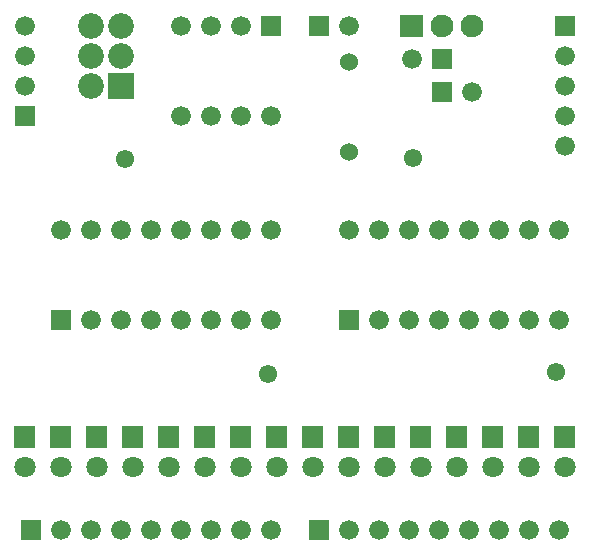
<source format=gbs>
G04 start of page 7 for group -4062 idx -4062 *
G04 Title: binwatch-mini, soldermask *
G04 Creator: pcb 4.0.0 *
G04 CreationDate: Mon Apr 24 05:10:58 2017 UTC *
G04 For: max *
G04 Format: Gerber/RS-274X *
G04 PCB-Dimensions (mm): 50.00 50.00 *
G04 PCB-Coordinate-Origin: lower left *
%MOMM*%
%FSLAX43Y43*%
%LNGBS*%
%ADD50C,1.549*%
%ADD49C,1.524*%
%ADD48C,1.930*%
%ADD47C,2.184*%
%ADD46C,1.803*%
%ADD45C,1.676*%
%ADD44C,0.002*%
G54D44*G36*
X1194Y39408D02*Y37732D01*
X2870D01*
Y39408D01*
X1194D01*
G37*
G54D45*X2032Y41110D03*
Y43650D03*
Y46190D03*
G54D44*G36*
X1702Y4356D02*Y2680D01*
X3378D01*
Y4356D01*
X1702D01*
G37*
G36*
X19418Y12294D02*Y10490D01*
X21222D01*
Y12294D01*
X19418D01*
G37*
G36*
X13322D02*Y10490D01*
X15126D01*
Y12294D01*
X13322D01*
G37*
G36*
X16370D02*Y10490D01*
X18174D01*
Y12294D01*
X16370D01*
G37*
G54D46*X20320Y8852D03*
X14224D03*
X17272D03*
G54D45*X15240Y3518D03*
X17780D03*
X20320D03*
X22860D03*
G54D44*G36*
X22022Y47028D02*Y45352D01*
X23698D01*
Y47028D01*
X22022D01*
G37*
G54D45*X22860Y38570D03*
X20320Y46190D03*
Y38570D03*
X17780Y46190D03*
X15240D03*
Y38570D03*
X17780D03*
G54D44*G36*
X4242Y22136D02*Y20460D01*
X5918D01*
Y22136D01*
X4242D01*
G37*
G54D45*X7620Y21298D03*
X10160D03*
X12700D03*
X15240D03*
Y28918D03*
X12700D03*
X10160D03*
X7620D03*
X5080D03*
G54D44*G36*
X9068Y42202D02*Y40018D01*
X11252D01*
Y42202D01*
X9068D01*
G37*
G54D47*X7620Y41110D03*
X10160Y43650D03*
X7620D03*
X10160Y46190D03*
X7620D03*
G54D44*G36*
X1130Y12294D02*Y10490D01*
X2934D01*
Y12294D01*
X1130D01*
G37*
G36*
X4178D02*Y10490D01*
X5982D01*
Y12294D01*
X4178D01*
G37*
G36*
X7226D02*Y10490D01*
X9030D01*
Y12294D01*
X7226D01*
G37*
G36*
X10274D02*Y10490D01*
X12078D01*
Y12294D01*
X10274D01*
G37*
G54D46*X2032Y8852D03*
X5080D03*
X8128D03*
X11176D03*
G54D45*X5080Y3518D03*
X7620D03*
X10160D03*
X12700D03*
G54D44*G36*
X46914Y47028D02*Y45352D01*
X48590D01*
Y47028D01*
X46914D01*
G37*
G54D45*X47752Y43650D03*
Y41110D03*
Y38570D03*
Y36030D03*
X34798Y43396D03*
G54D44*G36*
X33833Y47155D02*Y45225D01*
X35763D01*
Y47155D01*
X33833D01*
G37*
G36*
X36500Y44234D02*Y42558D01*
X38176D01*
Y44234D01*
X36500D01*
G37*
G36*
Y41440D02*Y39764D01*
X38176D01*
Y41440D01*
X36500D01*
G37*
G54D48*X37338Y46190D03*
G54D45*X39878Y40602D03*
G54D48*Y46190D03*
G54D44*G36*
X26086Y47028D02*Y45352D01*
X27762D01*
Y47028D01*
X26086D01*
G37*
G54D45*X29464Y46190D03*
G54D49*Y35522D03*
Y43142D03*
G54D44*G36*
X22466Y12294D02*Y10490D01*
X24270D01*
Y12294D01*
X22466D01*
G37*
G54D46*X23368Y8852D03*
G54D45*X17780Y21298D03*
X20320D03*
X22860D03*
Y28918D03*
X20320D03*
X17780D03*
G54D44*G36*
X25514Y12294D02*Y10490D01*
X27318D01*
Y12294D01*
X25514D01*
G37*
G36*
X28562D02*Y10490D01*
X30366D01*
Y12294D01*
X28562D01*
G37*
G36*
X31610D02*Y10490D01*
X33414D01*
Y12294D01*
X31610D01*
G37*
G36*
X34658D02*Y10490D01*
X36462D01*
Y12294D01*
X34658D01*
G37*
G54D46*X26416Y8852D03*
X29464D03*
X32512D03*
X35560D03*
G54D44*G36*
X26086Y4356D02*Y2680D01*
X27762D01*
Y4356D01*
X26086D01*
G37*
G54D45*X29464Y3518D03*
X32004D03*
G54D44*G36*
X37706Y12294D02*Y10490D01*
X39510D01*
Y12294D01*
X37706D01*
G37*
G36*
X43802D02*Y10490D01*
X45606D01*
Y12294D01*
X43802D01*
G37*
G36*
X46850D02*Y10490D01*
X48654D01*
Y12294D01*
X46850D01*
G37*
G54D46*X38608Y8852D03*
X44704D03*
X47752D03*
G54D44*G36*
X40754Y12294D02*Y10490D01*
X42558D01*
Y12294D01*
X40754D01*
G37*
G54D46*X41656Y8852D03*
G54D45*X34544Y3518D03*
X37084D03*
X39624D03*
X42164D03*
X44704D03*
X47244D03*
X37084Y21298D03*
X39624D03*
Y28918D03*
X37084D03*
G54D44*G36*
X28626Y22136D02*Y20460D01*
X30302D01*
Y22136D01*
X28626D01*
G37*
G54D45*X32004Y21298D03*
X34544D03*
Y28918D03*
X32004D03*
X29464D03*
X42164Y21298D03*
X44704D03*
X47244D03*
Y28918D03*
X44704D03*
X42164D03*
G54D50*X46990Y16853D03*
X22606Y16726D03*
X34925Y35014D03*
X10541Y34887D03*
M02*

</source>
